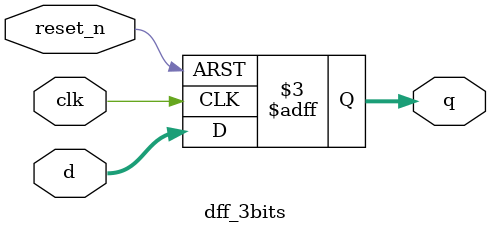
<source format=v>
module dff_3bits(clk, reset_n, d, q);
	input clk, reset_n;
	input [2:0] d;
	output reg [2:0] q;
	
	always@(posedge clk or negedge reset_n) begin
		if(reset_n == 0) 
		   q <= 3'b000;
		else 
		   q <= d; 
	end
	
endmodule 
</source>
